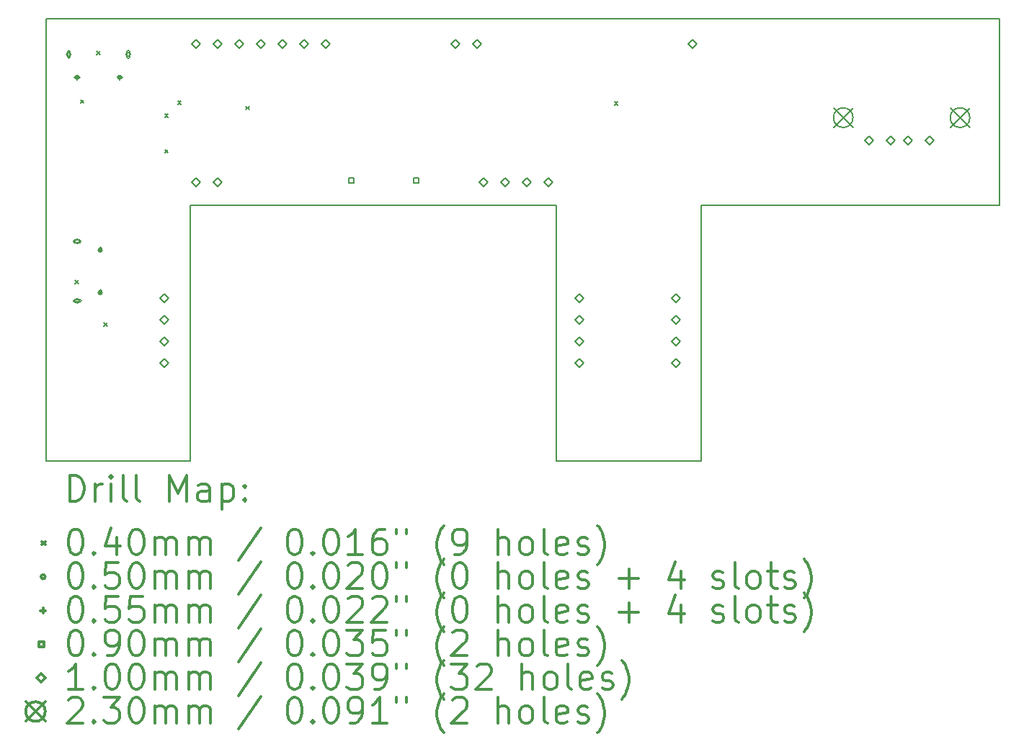
<source format=gbr>
%FSLAX45Y45*%
G04 Gerber Fmt 4.5, Leading zero omitted, Abs format (unit mm)*
G04 Created by KiCad (PCBNEW (5.0.0)) date 11/23/18 00:33:10*
%MOMM*%
%LPD*%
G01*
G04 APERTURE LIST*
%ADD10C,0.150000*%
%ADD11C,0.200000*%
%ADD12C,0.300000*%
G04 APERTURE END LIST*
D10*
X2100000Y-2300000D02*
X2100000Y-7500000D01*
X13300000Y-2300000D02*
X2100000Y-2300000D01*
X13300000Y-4500000D02*
X13300000Y-2300000D01*
X9800000Y-4500000D02*
X13300000Y-4500000D01*
X9800000Y-7500000D02*
X9800000Y-4500000D01*
X8100000Y-7500000D02*
X9800000Y-7500000D01*
X8100000Y-4500000D02*
X8100000Y-7500000D01*
X3800000Y-4500000D02*
X8100000Y-4500000D01*
X3800000Y-7500000D02*
X3800000Y-4500000D01*
X2100000Y-7500000D02*
X3800000Y-7500000D01*
D11*
X2443800Y-5377500D02*
X2483800Y-5417500D01*
X2483800Y-5377500D02*
X2443800Y-5417500D01*
X2507300Y-3256600D02*
X2547300Y-3296600D01*
X2547300Y-3256600D02*
X2507300Y-3296600D01*
X2697800Y-2685100D02*
X2737800Y-2725100D01*
X2737800Y-2685100D02*
X2697800Y-2725100D01*
X2780000Y-5880000D02*
X2820000Y-5920000D01*
X2820000Y-5880000D02*
X2780000Y-5920000D01*
X3497900Y-3421700D02*
X3537900Y-3461700D01*
X3537900Y-3421700D02*
X3497900Y-3461700D01*
X3497900Y-3840800D02*
X3537900Y-3880800D01*
X3537900Y-3840800D02*
X3497900Y-3880800D01*
X3650300Y-3269300D02*
X3690300Y-3309300D01*
X3690300Y-3269300D02*
X3650300Y-3309300D01*
X4450400Y-3332800D02*
X4490400Y-3372800D01*
X4490400Y-3332800D02*
X4450400Y-3372800D01*
X8780000Y-3280000D02*
X8820000Y-3320000D01*
X8820000Y-3280000D02*
X8780000Y-3320000D01*
X2392800Y-2722500D02*
G75*
G03X2392800Y-2722500I-25000J0D01*
G01*
X2352800Y-2690000D02*
X2352800Y-2755000D01*
X2382800Y-2690000D02*
X2382800Y-2755000D01*
X2352800Y-2755000D02*
G75*
G03X2382800Y-2755000I15000J0D01*
G01*
X2382800Y-2690000D02*
G75*
G03X2352800Y-2690000I-15000J0D01*
G01*
X3092800Y-2722500D02*
G75*
G03X3092800Y-2722500I-25000J0D01*
G01*
X3052800Y-2690000D02*
X3052800Y-2755000D01*
X3082800Y-2690000D02*
X3082800Y-2755000D01*
X3052800Y-2755000D02*
G75*
G03X3082800Y-2755000I15000J0D01*
G01*
X3082800Y-2690000D02*
G75*
G03X3052800Y-2690000I-15000J0D01*
G01*
X2493500Y-4920500D02*
G75*
G03X2493500Y-4920500I-25000J0D01*
G01*
X2436000Y-4935500D02*
X2501000Y-4935500D01*
X2436000Y-4905500D02*
X2501000Y-4905500D01*
X2501000Y-4935500D02*
G75*
G03X2501000Y-4905500I0J15000D01*
G01*
X2436000Y-4905500D02*
G75*
G03X2436000Y-4935500I0J-15000D01*
G01*
X2493500Y-5620500D02*
G75*
G03X2493500Y-5620500I-25000J0D01*
G01*
X2436000Y-5635500D02*
X2501000Y-5635500D01*
X2436000Y-5605500D02*
X2501000Y-5605500D01*
X2501000Y-5635500D02*
G75*
G03X2501000Y-5605500I0J15000D01*
G01*
X2436000Y-5605500D02*
G75*
G03X2436000Y-5635500I0J-15000D01*
G01*
X2467800Y-2965000D02*
X2467800Y-3020000D01*
X2440300Y-2992500D02*
X2495300Y-2992500D01*
X2482800Y-2975000D02*
X2452800Y-2975000D01*
X2482800Y-3010000D02*
X2452800Y-3010000D01*
X2452800Y-2975000D02*
G75*
G03X2452800Y-3010000I0J-17500D01*
G01*
X2482800Y-3010000D02*
G75*
G03X2482800Y-2975000I0J17500D01*
G01*
X2967800Y-2965000D02*
X2967800Y-3020000D01*
X2940300Y-2992500D02*
X2995300Y-2992500D01*
X2982800Y-2975000D02*
X2952800Y-2975000D01*
X2982800Y-3010000D02*
X2952800Y-3010000D01*
X2952800Y-2975000D02*
G75*
G03X2952800Y-3010000I0J-17500D01*
G01*
X2982800Y-3010000D02*
G75*
G03X2982800Y-2975000I0J17500D01*
G01*
X2738500Y-4993000D02*
X2738500Y-5048000D01*
X2711000Y-5020500D02*
X2766000Y-5020500D01*
X2721000Y-5005500D02*
X2721000Y-5035500D01*
X2756000Y-5005500D02*
X2756000Y-5035500D01*
X2721000Y-5035500D02*
G75*
G03X2756000Y-5035500I17500J0D01*
G01*
X2756000Y-5005500D02*
G75*
G03X2721000Y-5005500I-17500J0D01*
G01*
X2738500Y-5493000D02*
X2738500Y-5548000D01*
X2711000Y-5520500D02*
X2766000Y-5520500D01*
X2721000Y-5505500D02*
X2721000Y-5535500D01*
X2756000Y-5505500D02*
X2756000Y-5535500D01*
X2721000Y-5535500D02*
G75*
G03X2756000Y-5535500I17500J0D01*
G01*
X2756000Y-5505500D02*
G75*
G03X2721000Y-5505500I-17500J0D01*
G01*
X5721420Y-4235520D02*
X5721420Y-4171880D01*
X5657780Y-4171880D01*
X5657780Y-4235520D01*
X5721420Y-4235520D01*
X6483420Y-4235520D02*
X6483420Y-4171880D01*
X6419780Y-4171880D01*
X6419780Y-4235520D01*
X6483420Y-4235520D01*
X3492500Y-5638000D02*
X3542500Y-5588000D01*
X3492500Y-5538000D01*
X3442500Y-5588000D01*
X3492500Y-5638000D01*
X3492500Y-5892000D02*
X3542500Y-5842000D01*
X3492500Y-5792000D01*
X3442500Y-5842000D01*
X3492500Y-5892000D01*
X3492500Y-6146000D02*
X3542500Y-6096000D01*
X3492500Y-6046000D01*
X3442500Y-6096000D01*
X3492500Y-6146000D01*
X3492500Y-6400000D02*
X3542500Y-6350000D01*
X3492500Y-6300000D01*
X3442500Y-6350000D01*
X3492500Y-6400000D01*
X5384800Y-2653500D02*
X5434800Y-2603500D01*
X5384800Y-2553500D01*
X5334800Y-2603500D01*
X5384800Y-2653500D01*
X9499600Y-5638000D02*
X9549600Y-5588000D01*
X9499600Y-5538000D01*
X9449600Y-5588000D01*
X9499600Y-5638000D01*
X9499600Y-5892000D02*
X9549600Y-5842000D01*
X9499600Y-5792000D01*
X9449600Y-5842000D01*
X9499600Y-5892000D01*
X9499600Y-6146000D02*
X9549600Y-6096000D01*
X9499600Y-6046000D01*
X9449600Y-6096000D01*
X9499600Y-6146000D01*
X9499600Y-6400000D02*
X9549600Y-6350000D01*
X9499600Y-6300000D01*
X9449600Y-6350000D01*
X9499600Y-6400000D01*
X4876800Y-2653500D02*
X4926800Y-2603500D01*
X4876800Y-2553500D01*
X4826800Y-2603500D01*
X4876800Y-2653500D01*
X5130800Y-2653500D02*
X5180800Y-2603500D01*
X5130800Y-2553500D01*
X5080800Y-2603500D01*
X5130800Y-2653500D01*
X3860800Y-4279100D02*
X3910800Y-4229100D01*
X3860800Y-4179100D01*
X3810800Y-4229100D01*
X3860800Y-4279100D01*
X4114800Y-4279100D02*
X4164800Y-4229100D01*
X4114800Y-4179100D01*
X4064800Y-4229100D01*
X4114800Y-4279100D01*
X11773100Y-3783800D02*
X11823100Y-3733800D01*
X11773100Y-3683800D01*
X11723100Y-3733800D01*
X11773100Y-3783800D01*
X12027100Y-3783800D02*
X12077100Y-3733800D01*
X12027100Y-3683800D01*
X11977100Y-3733800D01*
X12027100Y-3783800D01*
X12230100Y-3783800D02*
X12280100Y-3733800D01*
X12230100Y-3683800D01*
X12180100Y-3733800D01*
X12230100Y-3783800D01*
X12484100Y-3783800D02*
X12534100Y-3733800D01*
X12484100Y-3683800D01*
X12434100Y-3733800D01*
X12484100Y-3783800D01*
X8369300Y-5638000D02*
X8419300Y-5588000D01*
X8369300Y-5538000D01*
X8319300Y-5588000D01*
X8369300Y-5638000D01*
X8369300Y-5892000D02*
X8419300Y-5842000D01*
X8369300Y-5792000D01*
X8319300Y-5842000D01*
X8369300Y-5892000D01*
X8369300Y-6146000D02*
X8419300Y-6096000D01*
X8369300Y-6046000D01*
X8319300Y-6096000D01*
X8369300Y-6146000D01*
X8369300Y-6400000D02*
X8419300Y-6350000D01*
X8369300Y-6300000D01*
X8319300Y-6350000D01*
X8369300Y-6400000D01*
X6908800Y-2653500D02*
X6958800Y-2603500D01*
X6908800Y-2553500D01*
X6858800Y-2603500D01*
X6908800Y-2653500D01*
X7162800Y-2653500D02*
X7212800Y-2603500D01*
X7162800Y-2553500D01*
X7112800Y-2603500D01*
X7162800Y-2653500D01*
X9700000Y-2650000D02*
X9750000Y-2600000D01*
X9700000Y-2550000D01*
X9650000Y-2600000D01*
X9700000Y-2650000D01*
X7239000Y-4279100D02*
X7289000Y-4229100D01*
X7239000Y-4179100D01*
X7189000Y-4229100D01*
X7239000Y-4279100D01*
X7493000Y-4279100D02*
X7543000Y-4229100D01*
X7493000Y-4179100D01*
X7443000Y-4229100D01*
X7493000Y-4279100D01*
X7747000Y-4279100D02*
X7797000Y-4229100D01*
X7747000Y-4179100D01*
X7697000Y-4229100D01*
X7747000Y-4279100D01*
X8001000Y-4279100D02*
X8051000Y-4229100D01*
X8001000Y-4179100D01*
X7951000Y-4229100D01*
X8001000Y-4279100D01*
X3860800Y-2653500D02*
X3910800Y-2603500D01*
X3860800Y-2553500D01*
X3810800Y-2603500D01*
X3860800Y-2653500D01*
X4114800Y-2653500D02*
X4164800Y-2603500D01*
X4114800Y-2553500D01*
X4064800Y-2603500D01*
X4114800Y-2653500D01*
X4368800Y-2653500D02*
X4418800Y-2603500D01*
X4368800Y-2553500D01*
X4318800Y-2603500D01*
X4368800Y-2653500D01*
X4622800Y-2653500D02*
X4672800Y-2603500D01*
X4622800Y-2553500D01*
X4572800Y-2603500D01*
X4622800Y-2653500D01*
X11353100Y-3351800D02*
X11583100Y-3581800D01*
X11583100Y-3351800D02*
X11353100Y-3581800D01*
X11583100Y-3466800D02*
G75*
G03X11583100Y-3466800I-115000J0D01*
G01*
X12725100Y-3351800D02*
X12955100Y-3581800D01*
X12955100Y-3351800D02*
X12725100Y-3581800D01*
X12955100Y-3466800D02*
G75*
G03X12955100Y-3466800I-115000J0D01*
G01*
D12*
X2378928Y-7973214D02*
X2378928Y-7673214D01*
X2450357Y-7673214D01*
X2493214Y-7687500D01*
X2521786Y-7716071D01*
X2536071Y-7744643D01*
X2550357Y-7801786D01*
X2550357Y-7844643D01*
X2536071Y-7901786D01*
X2521786Y-7930357D01*
X2493214Y-7958929D01*
X2450357Y-7973214D01*
X2378928Y-7973214D01*
X2678928Y-7973214D02*
X2678928Y-7773214D01*
X2678928Y-7830357D02*
X2693214Y-7801786D01*
X2707500Y-7787500D01*
X2736071Y-7773214D01*
X2764643Y-7773214D01*
X2864643Y-7973214D02*
X2864643Y-7773214D01*
X2864643Y-7673214D02*
X2850357Y-7687500D01*
X2864643Y-7701786D01*
X2878928Y-7687500D01*
X2864643Y-7673214D01*
X2864643Y-7701786D01*
X3050357Y-7973214D02*
X3021786Y-7958929D01*
X3007500Y-7930357D01*
X3007500Y-7673214D01*
X3207500Y-7973214D02*
X3178928Y-7958929D01*
X3164643Y-7930357D01*
X3164643Y-7673214D01*
X3550357Y-7973214D02*
X3550357Y-7673214D01*
X3650357Y-7887500D01*
X3750357Y-7673214D01*
X3750357Y-7973214D01*
X4021786Y-7973214D02*
X4021786Y-7816071D01*
X4007500Y-7787500D01*
X3978928Y-7773214D01*
X3921786Y-7773214D01*
X3893214Y-7787500D01*
X4021786Y-7958929D02*
X3993214Y-7973214D01*
X3921786Y-7973214D01*
X3893214Y-7958929D01*
X3878928Y-7930357D01*
X3878928Y-7901786D01*
X3893214Y-7873214D01*
X3921786Y-7858929D01*
X3993214Y-7858929D01*
X4021786Y-7844643D01*
X4164643Y-7773214D02*
X4164643Y-8073214D01*
X4164643Y-7787500D02*
X4193214Y-7773214D01*
X4250357Y-7773214D01*
X4278928Y-7787500D01*
X4293214Y-7801786D01*
X4307500Y-7830357D01*
X4307500Y-7916071D01*
X4293214Y-7944643D01*
X4278928Y-7958929D01*
X4250357Y-7973214D01*
X4193214Y-7973214D01*
X4164643Y-7958929D01*
X4436071Y-7944643D02*
X4450357Y-7958929D01*
X4436071Y-7973214D01*
X4421786Y-7958929D01*
X4436071Y-7944643D01*
X4436071Y-7973214D01*
X4436071Y-7787500D02*
X4450357Y-7801786D01*
X4436071Y-7816071D01*
X4421786Y-7801786D01*
X4436071Y-7787500D01*
X4436071Y-7816071D01*
X2052500Y-8447500D02*
X2092500Y-8487500D01*
X2092500Y-8447500D02*
X2052500Y-8487500D01*
X2436071Y-8303214D02*
X2464643Y-8303214D01*
X2493214Y-8317500D01*
X2507500Y-8331786D01*
X2521786Y-8360357D01*
X2536071Y-8417500D01*
X2536071Y-8488929D01*
X2521786Y-8546072D01*
X2507500Y-8574643D01*
X2493214Y-8588929D01*
X2464643Y-8603214D01*
X2436071Y-8603214D01*
X2407500Y-8588929D01*
X2393214Y-8574643D01*
X2378928Y-8546072D01*
X2364643Y-8488929D01*
X2364643Y-8417500D01*
X2378928Y-8360357D01*
X2393214Y-8331786D01*
X2407500Y-8317500D01*
X2436071Y-8303214D01*
X2664643Y-8574643D02*
X2678928Y-8588929D01*
X2664643Y-8603214D01*
X2650357Y-8588929D01*
X2664643Y-8574643D01*
X2664643Y-8603214D01*
X2936071Y-8403214D02*
X2936071Y-8603214D01*
X2864643Y-8288929D02*
X2793214Y-8503214D01*
X2978928Y-8503214D01*
X3150357Y-8303214D02*
X3178928Y-8303214D01*
X3207500Y-8317500D01*
X3221786Y-8331786D01*
X3236071Y-8360357D01*
X3250357Y-8417500D01*
X3250357Y-8488929D01*
X3236071Y-8546072D01*
X3221786Y-8574643D01*
X3207500Y-8588929D01*
X3178928Y-8603214D01*
X3150357Y-8603214D01*
X3121786Y-8588929D01*
X3107500Y-8574643D01*
X3093214Y-8546072D01*
X3078928Y-8488929D01*
X3078928Y-8417500D01*
X3093214Y-8360357D01*
X3107500Y-8331786D01*
X3121786Y-8317500D01*
X3150357Y-8303214D01*
X3378928Y-8603214D02*
X3378928Y-8403214D01*
X3378928Y-8431786D02*
X3393214Y-8417500D01*
X3421786Y-8403214D01*
X3464643Y-8403214D01*
X3493214Y-8417500D01*
X3507500Y-8446072D01*
X3507500Y-8603214D01*
X3507500Y-8446072D02*
X3521786Y-8417500D01*
X3550357Y-8403214D01*
X3593214Y-8403214D01*
X3621786Y-8417500D01*
X3636071Y-8446072D01*
X3636071Y-8603214D01*
X3778928Y-8603214D02*
X3778928Y-8403214D01*
X3778928Y-8431786D02*
X3793214Y-8417500D01*
X3821786Y-8403214D01*
X3864643Y-8403214D01*
X3893214Y-8417500D01*
X3907500Y-8446072D01*
X3907500Y-8603214D01*
X3907500Y-8446072D02*
X3921786Y-8417500D01*
X3950357Y-8403214D01*
X3993214Y-8403214D01*
X4021786Y-8417500D01*
X4036071Y-8446072D01*
X4036071Y-8603214D01*
X4621786Y-8288929D02*
X4364643Y-8674643D01*
X5007500Y-8303214D02*
X5036071Y-8303214D01*
X5064643Y-8317500D01*
X5078928Y-8331786D01*
X5093214Y-8360357D01*
X5107500Y-8417500D01*
X5107500Y-8488929D01*
X5093214Y-8546072D01*
X5078928Y-8574643D01*
X5064643Y-8588929D01*
X5036071Y-8603214D01*
X5007500Y-8603214D01*
X4978928Y-8588929D01*
X4964643Y-8574643D01*
X4950357Y-8546072D01*
X4936071Y-8488929D01*
X4936071Y-8417500D01*
X4950357Y-8360357D01*
X4964643Y-8331786D01*
X4978928Y-8317500D01*
X5007500Y-8303214D01*
X5236071Y-8574643D02*
X5250357Y-8588929D01*
X5236071Y-8603214D01*
X5221786Y-8588929D01*
X5236071Y-8574643D01*
X5236071Y-8603214D01*
X5436071Y-8303214D02*
X5464643Y-8303214D01*
X5493214Y-8317500D01*
X5507500Y-8331786D01*
X5521786Y-8360357D01*
X5536071Y-8417500D01*
X5536071Y-8488929D01*
X5521786Y-8546072D01*
X5507500Y-8574643D01*
X5493214Y-8588929D01*
X5464643Y-8603214D01*
X5436071Y-8603214D01*
X5407500Y-8588929D01*
X5393214Y-8574643D01*
X5378928Y-8546072D01*
X5364643Y-8488929D01*
X5364643Y-8417500D01*
X5378928Y-8360357D01*
X5393214Y-8331786D01*
X5407500Y-8317500D01*
X5436071Y-8303214D01*
X5821786Y-8603214D02*
X5650357Y-8603214D01*
X5736071Y-8603214D02*
X5736071Y-8303214D01*
X5707500Y-8346071D01*
X5678928Y-8374643D01*
X5650357Y-8388929D01*
X6078928Y-8303214D02*
X6021786Y-8303214D01*
X5993214Y-8317500D01*
X5978928Y-8331786D01*
X5950357Y-8374643D01*
X5936071Y-8431786D01*
X5936071Y-8546072D01*
X5950357Y-8574643D01*
X5964643Y-8588929D01*
X5993214Y-8603214D01*
X6050357Y-8603214D01*
X6078928Y-8588929D01*
X6093214Y-8574643D01*
X6107500Y-8546072D01*
X6107500Y-8474643D01*
X6093214Y-8446072D01*
X6078928Y-8431786D01*
X6050357Y-8417500D01*
X5993214Y-8417500D01*
X5964643Y-8431786D01*
X5950357Y-8446072D01*
X5936071Y-8474643D01*
X6221786Y-8303214D02*
X6221786Y-8360357D01*
X6336071Y-8303214D02*
X6336071Y-8360357D01*
X6778928Y-8717500D02*
X6764643Y-8703214D01*
X6736071Y-8660357D01*
X6721786Y-8631786D01*
X6707500Y-8588929D01*
X6693214Y-8517500D01*
X6693214Y-8460357D01*
X6707500Y-8388929D01*
X6721786Y-8346071D01*
X6736071Y-8317500D01*
X6764643Y-8274643D01*
X6778928Y-8260357D01*
X6907500Y-8603214D02*
X6964643Y-8603214D01*
X6993214Y-8588929D01*
X7007500Y-8574643D01*
X7036071Y-8531786D01*
X7050357Y-8474643D01*
X7050357Y-8360357D01*
X7036071Y-8331786D01*
X7021786Y-8317500D01*
X6993214Y-8303214D01*
X6936071Y-8303214D01*
X6907500Y-8317500D01*
X6893214Y-8331786D01*
X6878928Y-8360357D01*
X6878928Y-8431786D01*
X6893214Y-8460357D01*
X6907500Y-8474643D01*
X6936071Y-8488929D01*
X6993214Y-8488929D01*
X7021786Y-8474643D01*
X7036071Y-8460357D01*
X7050357Y-8431786D01*
X7407500Y-8603214D02*
X7407500Y-8303214D01*
X7536071Y-8603214D02*
X7536071Y-8446072D01*
X7521786Y-8417500D01*
X7493214Y-8403214D01*
X7450357Y-8403214D01*
X7421786Y-8417500D01*
X7407500Y-8431786D01*
X7721786Y-8603214D02*
X7693214Y-8588929D01*
X7678928Y-8574643D01*
X7664643Y-8546072D01*
X7664643Y-8460357D01*
X7678928Y-8431786D01*
X7693214Y-8417500D01*
X7721786Y-8403214D01*
X7764643Y-8403214D01*
X7793214Y-8417500D01*
X7807500Y-8431786D01*
X7821786Y-8460357D01*
X7821786Y-8546072D01*
X7807500Y-8574643D01*
X7793214Y-8588929D01*
X7764643Y-8603214D01*
X7721786Y-8603214D01*
X7993214Y-8603214D02*
X7964643Y-8588929D01*
X7950357Y-8560357D01*
X7950357Y-8303214D01*
X8221786Y-8588929D02*
X8193214Y-8603214D01*
X8136071Y-8603214D01*
X8107500Y-8588929D01*
X8093214Y-8560357D01*
X8093214Y-8446072D01*
X8107500Y-8417500D01*
X8136071Y-8403214D01*
X8193214Y-8403214D01*
X8221786Y-8417500D01*
X8236071Y-8446072D01*
X8236071Y-8474643D01*
X8093214Y-8503214D01*
X8350357Y-8588929D02*
X8378928Y-8603214D01*
X8436071Y-8603214D01*
X8464643Y-8588929D01*
X8478928Y-8560357D01*
X8478928Y-8546072D01*
X8464643Y-8517500D01*
X8436071Y-8503214D01*
X8393214Y-8503214D01*
X8364643Y-8488929D01*
X8350357Y-8460357D01*
X8350357Y-8446072D01*
X8364643Y-8417500D01*
X8393214Y-8403214D01*
X8436071Y-8403214D01*
X8464643Y-8417500D01*
X8578928Y-8717500D02*
X8593214Y-8703214D01*
X8621786Y-8660357D01*
X8636071Y-8631786D01*
X8650357Y-8588929D01*
X8664643Y-8517500D01*
X8664643Y-8460357D01*
X8650357Y-8388929D01*
X8636071Y-8346071D01*
X8621786Y-8317500D01*
X8593214Y-8274643D01*
X8578928Y-8260357D01*
X2092500Y-8863500D02*
G75*
G03X2092500Y-8863500I-25000J0D01*
G01*
X2436071Y-8699214D02*
X2464643Y-8699214D01*
X2493214Y-8713500D01*
X2507500Y-8727786D01*
X2521786Y-8756357D01*
X2536071Y-8813500D01*
X2536071Y-8884929D01*
X2521786Y-8942072D01*
X2507500Y-8970643D01*
X2493214Y-8984929D01*
X2464643Y-8999214D01*
X2436071Y-8999214D01*
X2407500Y-8984929D01*
X2393214Y-8970643D01*
X2378928Y-8942072D01*
X2364643Y-8884929D01*
X2364643Y-8813500D01*
X2378928Y-8756357D01*
X2393214Y-8727786D01*
X2407500Y-8713500D01*
X2436071Y-8699214D01*
X2664643Y-8970643D02*
X2678928Y-8984929D01*
X2664643Y-8999214D01*
X2650357Y-8984929D01*
X2664643Y-8970643D01*
X2664643Y-8999214D01*
X2950357Y-8699214D02*
X2807500Y-8699214D01*
X2793214Y-8842072D01*
X2807500Y-8827786D01*
X2836071Y-8813500D01*
X2907500Y-8813500D01*
X2936071Y-8827786D01*
X2950357Y-8842072D01*
X2964643Y-8870643D01*
X2964643Y-8942072D01*
X2950357Y-8970643D01*
X2936071Y-8984929D01*
X2907500Y-8999214D01*
X2836071Y-8999214D01*
X2807500Y-8984929D01*
X2793214Y-8970643D01*
X3150357Y-8699214D02*
X3178928Y-8699214D01*
X3207500Y-8713500D01*
X3221786Y-8727786D01*
X3236071Y-8756357D01*
X3250357Y-8813500D01*
X3250357Y-8884929D01*
X3236071Y-8942072D01*
X3221786Y-8970643D01*
X3207500Y-8984929D01*
X3178928Y-8999214D01*
X3150357Y-8999214D01*
X3121786Y-8984929D01*
X3107500Y-8970643D01*
X3093214Y-8942072D01*
X3078928Y-8884929D01*
X3078928Y-8813500D01*
X3093214Y-8756357D01*
X3107500Y-8727786D01*
X3121786Y-8713500D01*
X3150357Y-8699214D01*
X3378928Y-8999214D02*
X3378928Y-8799214D01*
X3378928Y-8827786D02*
X3393214Y-8813500D01*
X3421786Y-8799214D01*
X3464643Y-8799214D01*
X3493214Y-8813500D01*
X3507500Y-8842072D01*
X3507500Y-8999214D01*
X3507500Y-8842072D02*
X3521786Y-8813500D01*
X3550357Y-8799214D01*
X3593214Y-8799214D01*
X3621786Y-8813500D01*
X3636071Y-8842072D01*
X3636071Y-8999214D01*
X3778928Y-8999214D02*
X3778928Y-8799214D01*
X3778928Y-8827786D02*
X3793214Y-8813500D01*
X3821786Y-8799214D01*
X3864643Y-8799214D01*
X3893214Y-8813500D01*
X3907500Y-8842072D01*
X3907500Y-8999214D01*
X3907500Y-8842072D02*
X3921786Y-8813500D01*
X3950357Y-8799214D01*
X3993214Y-8799214D01*
X4021786Y-8813500D01*
X4036071Y-8842072D01*
X4036071Y-8999214D01*
X4621786Y-8684929D02*
X4364643Y-9070643D01*
X5007500Y-8699214D02*
X5036071Y-8699214D01*
X5064643Y-8713500D01*
X5078928Y-8727786D01*
X5093214Y-8756357D01*
X5107500Y-8813500D01*
X5107500Y-8884929D01*
X5093214Y-8942072D01*
X5078928Y-8970643D01*
X5064643Y-8984929D01*
X5036071Y-8999214D01*
X5007500Y-8999214D01*
X4978928Y-8984929D01*
X4964643Y-8970643D01*
X4950357Y-8942072D01*
X4936071Y-8884929D01*
X4936071Y-8813500D01*
X4950357Y-8756357D01*
X4964643Y-8727786D01*
X4978928Y-8713500D01*
X5007500Y-8699214D01*
X5236071Y-8970643D02*
X5250357Y-8984929D01*
X5236071Y-8999214D01*
X5221786Y-8984929D01*
X5236071Y-8970643D01*
X5236071Y-8999214D01*
X5436071Y-8699214D02*
X5464643Y-8699214D01*
X5493214Y-8713500D01*
X5507500Y-8727786D01*
X5521786Y-8756357D01*
X5536071Y-8813500D01*
X5536071Y-8884929D01*
X5521786Y-8942072D01*
X5507500Y-8970643D01*
X5493214Y-8984929D01*
X5464643Y-8999214D01*
X5436071Y-8999214D01*
X5407500Y-8984929D01*
X5393214Y-8970643D01*
X5378928Y-8942072D01*
X5364643Y-8884929D01*
X5364643Y-8813500D01*
X5378928Y-8756357D01*
X5393214Y-8727786D01*
X5407500Y-8713500D01*
X5436071Y-8699214D01*
X5650357Y-8727786D02*
X5664643Y-8713500D01*
X5693214Y-8699214D01*
X5764643Y-8699214D01*
X5793214Y-8713500D01*
X5807500Y-8727786D01*
X5821786Y-8756357D01*
X5821786Y-8784929D01*
X5807500Y-8827786D01*
X5636071Y-8999214D01*
X5821786Y-8999214D01*
X6007500Y-8699214D02*
X6036071Y-8699214D01*
X6064643Y-8713500D01*
X6078928Y-8727786D01*
X6093214Y-8756357D01*
X6107500Y-8813500D01*
X6107500Y-8884929D01*
X6093214Y-8942072D01*
X6078928Y-8970643D01*
X6064643Y-8984929D01*
X6036071Y-8999214D01*
X6007500Y-8999214D01*
X5978928Y-8984929D01*
X5964643Y-8970643D01*
X5950357Y-8942072D01*
X5936071Y-8884929D01*
X5936071Y-8813500D01*
X5950357Y-8756357D01*
X5964643Y-8727786D01*
X5978928Y-8713500D01*
X6007500Y-8699214D01*
X6221786Y-8699214D02*
X6221786Y-8756357D01*
X6336071Y-8699214D02*
X6336071Y-8756357D01*
X6778928Y-9113500D02*
X6764643Y-9099214D01*
X6736071Y-9056357D01*
X6721786Y-9027786D01*
X6707500Y-8984929D01*
X6693214Y-8913500D01*
X6693214Y-8856357D01*
X6707500Y-8784929D01*
X6721786Y-8742072D01*
X6736071Y-8713500D01*
X6764643Y-8670643D01*
X6778928Y-8656357D01*
X6950357Y-8699214D02*
X6978928Y-8699214D01*
X7007500Y-8713500D01*
X7021786Y-8727786D01*
X7036071Y-8756357D01*
X7050357Y-8813500D01*
X7050357Y-8884929D01*
X7036071Y-8942072D01*
X7021786Y-8970643D01*
X7007500Y-8984929D01*
X6978928Y-8999214D01*
X6950357Y-8999214D01*
X6921786Y-8984929D01*
X6907500Y-8970643D01*
X6893214Y-8942072D01*
X6878928Y-8884929D01*
X6878928Y-8813500D01*
X6893214Y-8756357D01*
X6907500Y-8727786D01*
X6921786Y-8713500D01*
X6950357Y-8699214D01*
X7407500Y-8999214D02*
X7407500Y-8699214D01*
X7536071Y-8999214D02*
X7536071Y-8842072D01*
X7521786Y-8813500D01*
X7493214Y-8799214D01*
X7450357Y-8799214D01*
X7421786Y-8813500D01*
X7407500Y-8827786D01*
X7721786Y-8999214D02*
X7693214Y-8984929D01*
X7678928Y-8970643D01*
X7664643Y-8942072D01*
X7664643Y-8856357D01*
X7678928Y-8827786D01*
X7693214Y-8813500D01*
X7721786Y-8799214D01*
X7764643Y-8799214D01*
X7793214Y-8813500D01*
X7807500Y-8827786D01*
X7821786Y-8856357D01*
X7821786Y-8942072D01*
X7807500Y-8970643D01*
X7793214Y-8984929D01*
X7764643Y-8999214D01*
X7721786Y-8999214D01*
X7993214Y-8999214D02*
X7964643Y-8984929D01*
X7950357Y-8956357D01*
X7950357Y-8699214D01*
X8221786Y-8984929D02*
X8193214Y-8999214D01*
X8136071Y-8999214D01*
X8107500Y-8984929D01*
X8093214Y-8956357D01*
X8093214Y-8842072D01*
X8107500Y-8813500D01*
X8136071Y-8799214D01*
X8193214Y-8799214D01*
X8221786Y-8813500D01*
X8236071Y-8842072D01*
X8236071Y-8870643D01*
X8093214Y-8899214D01*
X8350357Y-8984929D02*
X8378928Y-8999214D01*
X8436071Y-8999214D01*
X8464643Y-8984929D01*
X8478928Y-8956357D01*
X8478928Y-8942072D01*
X8464643Y-8913500D01*
X8436071Y-8899214D01*
X8393214Y-8899214D01*
X8364643Y-8884929D01*
X8350357Y-8856357D01*
X8350357Y-8842072D01*
X8364643Y-8813500D01*
X8393214Y-8799214D01*
X8436071Y-8799214D01*
X8464643Y-8813500D01*
X8836071Y-8884929D02*
X9064643Y-8884929D01*
X8950357Y-8999214D02*
X8950357Y-8770643D01*
X9564643Y-8799214D02*
X9564643Y-8999214D01*
X9493214Y-8684929D02*
X9421786Y-8899214D01*
X9607500Y-8899214D01*
X9936071Y-8984929D02*
X9964643Y-8999214D01*
X10021786Y-8999214D01*
X10050357Y-8984929D01*
X10064643Y-8956357D01*
X10064643Y-8942072D01*
X10050357Y-8913500D01*
X10021786Y-8899214D01*
X9978928Y-8899214D01*
X9950357Y-8884929D01*
X9936071Y-8856357D01*
X9936071Y-8842072D01*
X9950357Y-8813500D01*
X9978928Y-8799214D01*
X10021786Y-8799214D01*
X10050357Y-8813500D01*
X10236071Y-8999214D02*
X10207500Y-8984929D01*
X10193214Y-8956357D01*
X10193214Y-8699214D01*
X10393214Y-8999214D02*
X10364643Y-8984929D01*
X10350357Y-8970643D01*
X10336071Y-8942072D01*
X10336071Y-8856357D01*
X10350357Y-8827786D01*
X10364643Y-8813500D01*
X10393214Y-8799214D01*
X10436071Y-8799214D01*
X10464643Y-8813500D01*
X10478928Y-8827786D01*
X10493214Y-8856357D01*
X10493214Y-8942072D01*
X10478928Y-8970643D01*
X10464643Y-8984929D01*
X10436071Y-8999214D01*
X10393214Y-8999214D01*
X10578928Y-8799214D02*
X10693214Y-8799214D01*
X10621786Y-8699214D02*
X10621786Y-8956357D01*
X10636071Y-8984929D01*
X10664643Y-8999214D01*
X10693214Y-8999214D01*
X10778928Y-8984929D02*
X10807500Y-8999214D01*
X10864643Y-8999214D01*
X10893214Y-8984929D01*
X10907500Y-8956357D01*
X10907500Y-8942072D01*
X10893214Y-8913500D01*
X10864643Y-8899214D01*
X10821786Y-8899214D01*
X10793214Y-8884929D01*
X10778928Y-8856357D01*
X10778928Y-8842072D01*
X10793214Y-8813500D01*
X10821786Y-8799214D01*
X10864643Y-8799214D01*
X10893214Y-8813500D01*
X11007500Y-9113500D02*
X11021786Y-9099214D01*
X11050357Y-9056357D01*
X11064643Y-9027786D01*
X11078928Y-8984929D01*
X11093214Y-8913500D01*
X11093214Y-8856357D01*
X11078928Y-8784929D01*
X11064643Y-8742072D01*
X11050357Y-8713500D01*
X11021786Y-8670643D01*
X11007500Y-8656357D01*
X2065000Y-9232000D02*
X2065000Y-9287000D01*
X2037500Y-9259500D02*
X2092500Y-9259500D01*
X2436071Y-9095214D02*
X2464643Y-9095214D01*
X2493214Y-9109500D01*
X2507500Y-9123786D01*
X2521786Y-9152357D01*
X2536071Y-9209500D01*
X2536071Y-9280929D01*
X2521786Y-9338072D01*
X2507500Y-9366643D01*
X2493214Y-9380929D01*
X2464643Y-9395214D01*
X2436071Y-9395214D01*
X2407500Y-9380929D01*
X2393214Y-9366643D01*
X2378928Y-9338072D01*
X2364643Y-9280929D01*
X2364643Y-9209500D01*
X2378928Y-9152357D01*
X2393214Y-9123786D01*
X2407500Y-9109500D01*
X2436071Y-9095214D01*
X2664643Y-9366643D02*
X2678928Y-9380929D01*
X2664643Y-9395214D01*
X2650357Y-9380929D01*
X2664643Y-9366643D01*
X2664643Y-9395214D01*
X2950357Y-9095214D02*
X2807500Y-9095214D01*
X2793214Y-9238072D01*
X2807500Y-9223786D01*
X2836071Y-9209500D01*
X2907500Y-9209500D01*
X2936071Y-9223786D01*
X2950357Y-9238072D01*
X2964643Y-9266643D01*
X2964643Y-9338072D01*
X2950357Y-9366643D01*
X2936071Y-9380929D01*
X2907500Y-9395214D01*
X2836071Y-9395214D01*
X2807500Y-9380929D01*
X2793214Y-9366643D01*
X3236071Y-9095214D02*
X3093214Y-9095214D01*
X3078928Y-9238072D01*
X3093214Y-9223786D01*
X3121786Y-9209500D01*
X3193214Y-9209500D01*
X3221786Y-9223786D01*
X3236071Y-9238072D01*
X3250357Y-9266643D01*
X3250357Y-9338072D01*
X3236071Y-9366643D01*
X3221786Y-9380929D01*
X3193214Y-9395214D01*
X3121786Y-9395214D01*
X3093214Y-9380929D01*
X3078928Y-9366643D01*
X3378928Y-9395214D02*
X3378928Y-9195214D01*
X3378928Y-9223786D02*
X3393214Y-9209500D01*
X3421786Y-9195214D01*
X3464643Y-9195214D01*
X3493214Y-9209500D01*
X3507500Y-9238072D01*
X3507500Y-9395214D01*
X3507500Y-9238072D02*
X3521786Y-9209500D01*
X3550357Y-9195214D01*
X3593214Y-9195214D01*
X3621786Y-9209500D01*
X3636071Y-9238072D01*
X3636071Y-9395214D01*
X3778928Y-9395214D02*
X3778928Y-9195214D01*
X3778928Y-9223786D02*
X3793214Y-9209500D01*
X3821786Y-9195214D01*
X3864643Y-9195214D01*
X3893214Y-9209500D01*
X3907500Y-9238072D01*
X3907500Y-9395214D01*
X3907500Y-9238072D02*
X3921786Y-9209500D01*
X3950357Y-9195214D01*
X3993214Y-9195214D01*
X4021786Y-9209500D01*
X4036071Y-9238072D01*
X4036071Y-9395214D01*
X4621786Y-9080929D02*
X4364643Y-9466643D01*
X5007500Y-9095214D02*
X5036071Y-9095214D01*
X5064643Y-9109500D01*
X5078928Y-9123786D01*
X5093214Y-9152357D01*
X5107500Y-9209500D01*
X5107500Y-9280929D01*
X5093214Y-9338072D01*
X5078928Y-9366643D01*
X5064643Y-9380929D01*
X5036071Y-9395214D01*
X5007500Y-9395214D01*
X4978928Y-9380929D01*
X4964643Y-9366643D01*
X4950357Y-9338072D01*
X4936071Y-9280929D01*
X4936071Y-9209500D01*
X4950357Y-9152357D01*
X4964643Y-9123786D01*
X4978928Y-9109500D01*
X5007500Y-9095214D01*
X5236071Y-9366643D02*
X5250357Y-9380929D01*
X5236071Y-9395214D01*
X5221786Y-9380929D01*
X5236071Y-9366643D01*
X5236071Y-9395214D01*
X5436071Y-9095214D02*
X5464643Y-9095214D01*
X5493214Y-9109500D01*
X5507500Y-9123786D01*
X5521786Y-9152357D01*
X5536071Y-9209500D01*
X5536071Y-9280929D01*
X5521786Y-9338072D01*
X5507500Y-9366643D01*
X5493214Y-9380929D01*
X5464643Y-9395214D01*
X5436071Y-9395214D01*
X5407500Y-9380929D01*
X5393214Y-9366643D01*
X5378928Y-9338072D01*
X5364643Y-9280929D01*
X5364643Y-9209500D01*
X5378928Y-9152357D01*
X5393214Y-9123786D01*
X5407500Y-9109500D01*
X5436071Y-9095214D01*
X5650357Y-9123786D02*
X5664643Y-9109500D01*
X5693214Y-9095214D01*
X5764643Y-9095214D01*
X5793214Y-9109500D01*
X5807500Y-9123786D01*
X5821786Y-9152357D01*
X5821786Y-9180929D01*
X5807500Y-9223786D01*
X5636071Y-9395214D01*
X5821786Y-9395214D01*
X5936071Y-9123786D02*
X5950357Y-9109500D01*
X5978928Y-9095214D01*
X6050357Y-9095214D01*
X6078928Y-9109500D01*
X6093214Y-9123786D01*
X6107500Y-9152357D01*
X6107500Y-9180929D01*
X6093214Y-9223786D01*
X5921786Y-9395214D01*
X6107500Y-9395214D01*
X6221786Y-9095214D02*
X6221786Y-9152357D01*
X6336071Y-9095214D02*
X6336071Y-9152357D01*
X6778928Y-9509500D02*
X6764643Y-9495214D01*
X6736071Y-9452357D01*
X6721786Y-9423786D01*
X6707500Y-9380929D01*
X6693214Y-9309500D01*
X6693214Y-9252357D01*
X6707500Y-9180929D01*
X6721786Y-9138072D01*
X6736071Y-9109500D01*
X6764643Y-9066643D01*
X6778928Y-9052357D01*
X6950357Y-9095214D02*
X6978928Y-9095214D01*
X7007500Y-9109500D01*
X7021786Y-9123786D01*
X7036071Y-9152357D01*
X7050357Y-9209500D01*
X7050357Y-9280929D01*
X7036071Y-9338072D01*
X7021786Y-9366643D01*
X7007500Y-9380929D01*
X6978928Y-9395214D01*
X6950357Y-9395214D01*
X6921786Y-9380929D01*
X6907500Y-9366643D01*
X6893214Y-9338072D01*
X6878928Y-9280929D01*
X6878928Y-9209500D01*
X6893214Y-9152357D01*
X6907500Y-9123786D01*
X6921786Y-9109500D01*
X6950357Y-9095214D01*
X7407500Y-9395214D02*
X7407500Y-9095214D01*
X7536071Y-9395214D02*
X7536071Y-9238072D01*
X7521786Y-9209500D01*
X7493214Y-9195214D01*
X7450357Y-9195214D01*
X7421786Y-9209500D01*
X7407500Y-9223786D01*
X7721786Y-9395214D02*
X7693214Y-9380929D01*
X7678928Y-9366643D01*
X7664643Y-9338072D01*
X7664643Y-9252357D01*
X7678928Y-9223786D01*
X7693214Y-9209500D01*
X7721786Y-9195214D01*
X7764643Y-9195214D01*
X7793214Y-9209500D01*
X7807500Y-9223786D01*
X7821786Y-9252357D01*
X7821786Y-9338072D01*
X7807500Y-9366643D01*
X7793214Y-9380929D01*
X7764643Y-9395214D01*
X7721786Y-9395214D01*
X7993214Y-9395214D02*
X7964643Y-9380929D01*
X7950357Y-9352357D01*
X7950357Y-9095214D01*
X8221786Y-9380929D02*
X8193214Y-9395214D01*
X8136071Y-9395214D01*
X8107500Y-9380929D01*
X8093214Y-9352357D01*
X8093214Y-9238072D01*
X8107500Y-9209500D01*
X8136071Y-9195214D01*
X8193214Y-9195214D01*
X8221786Y-9209500D01*
X8236071Y-9238072D01*
X8236071Y-9266643D01*
X8093214Y-9295214D01*
X8350357Y-9380929D02*
X8378928Y-9395214D01*
X8436071Y-9395214D01*
X8464643Y-9380929D01*
X8478928Y-9352357D01*
X8478928Y-9338072D01*
X8464643Y-9309500D01*
X8436071Y-9295214D01*
X8393214Y-9295214D01*
X8364643Y-9280929D01*
X8350357Y-9252357D01*
X8350357Y-9238072D01*
X8364643Y-9209500D01*
X8393214Y-9195214D01*
X8436071Y-9195214D01*
X8464643Y-9209500D01*
X8836071Y-9280929D02*
X9064643Y-9280929D01*
X8950357Y-9395214D02*
X8950357Y-9166643D01*
X9564643Y-9195214D02*
X9564643Y-9395214D01*
X9493214Y-9080929D02*
X9421786Y-9295214D01*
X9607500Y-9295214D01*
X9936071Y-9380929D02*
X9964643Y-9395214D01*
X10021786Y-9395214D01*
X10050357Y-9380929D01*
X10064643Y-9352357D01*
X10064643Y-9338072D01*
X10050357Y-9309500D01*
X10021786Y-9295214D01*
X9978928Y-9295214D01*
X9950357Y-9280929D01*
X9936071Y-9252357D01*
X9936071Y-9238072D01*
X9950357Y-9209500D01*
X9978928Y-9195214D01*
X10021786Y-9195214D01*
X10050357Y-9209500D01*
X10236071Y-9395214D02*
X10207500Y-9380929D01*
X10193214Y-9352357D01*
X10193214Y-9095214D01*
X10393214Y-9395214D02*
X10364643Y-9380929D01*
X10350357Y-9366643D01*
X10336071Y-9338072D01*
X10336071Y-9252357D01*
X10350357Y-9223786D01*
X10364643Y-9209500D01*
X10393214Y-9195214D01*
X10436071Y-9195214D01*
X10464643Y-9209500D01*
X10478928Y-9223786D01*
X10493214Y-9252357D01*
X10493214Y-9338072D01*
X10478928Y-9366643D01*
X10464643Y-9380929D01*
X10436071Y-9395214D01*
X10393214Y-9395214D01*
X10578928Y-9195214D02*
X10693214Y-9195214D01*
X10621786Y-9095214D02*
X10621786Y-9352357D01*
X10636071Y-9380929D01*
X10664643Y-9395214D01*
X10693214Y-9395214D01*
X10778928Y-9380929D02*
X10807500Y-9395214D01*
X10864643Y-9395214D01*
X10893214Y-9380929D01*
X10907500Y-9352357D01*
X10907500Y-9338072D01*
X10893214Y-9309500D01*
X10864643Y-9295214D01*
X10821786Y-9295214D01*
X10793214Y-9280929D01*
X10778928Y-9252357D01*
X10778928Y-9238072D01*
X10793214Y-9209500D01*
X10821786Y-9195214D01*
X10864643Y-9195214D01*
X10893214Y-9209500D01*
X11007500Y-9509500D02*
X11021786Y-9495214D01*
X11050357Y-9452357D01*
X11064643Y-9423786D01*
X11078928Y-9380929D01*
X11093214Y-9309500D01*
X11093214Y-9252357D01*
X11078928Y-9180929D01*
X11064643Y-9138072D01*
X11050357Y-9109500D01*
X11021786Y-9066643D01*
X11007500Y-9052357D01*
X2079320Y-9687320D02*
X2079320Y-9623680D01*
X2015680Y-9623680D01*
X2015680Y-9687320D01*
X2079320Y-9687320D01*
X2436071Y-9491214D02*
X2464643Y-9491214D01*
X2493214Y-9505500D01*
X2507500Y-9519786D01*
X2521786Y-9548357D01*
X2536071Y-9605500D01*
X2536071Y-9676929D01*
X2521786Y-9734072D01*
X2507500Y-9762643D01*
X2493214Y-9776929D01*
X2464643Y-9791214D01*
X2436071Y-9791214D01*
X2407500Y-9776929D01*
X2393214Y-9762643D01*
X2378928Y-9734072D01*
X2364643Y-9676929D01*
X2364643Y-9605500D01*
X2378928Y-9548357D01*
X2393214Y-9519786D01*
X2407500Y-9505500D01*
X2436071Y-9491214D01*
X2664643Y-9762643D02*
X2678928Y-9776929D01*
X2664643Y-9791214D01*
X2650357Y-9776929D01*
X2664643Y-9762643D01*
X2664643Y-9791214D01*
X2821786Y-9791214D02*
X2878928Y-9791214D01*
X2907500Y-9776929D01*
X2921786Y-9762643D01*
X2950357Y-9719786D01*
X2964643Y-9662643D01*
X2964643Y-9548357D01*
X2950357Y-9519786D01*
X2936071Y-9505500D01*
X2907500Y-9491214D01*
X2850357Y-9491214D01*
X2821786Y-9505500D01*
X2807500Y-9519786D01*
X2793214Y-9548357D01*
X2793214Y-9619786D01*
X2807500Y-9648357D01*
X2821786Y-9662643D01*
X2850357Y-9676929D01*
X2907500Y-9676929D01*
X2936071Y-9662643D01*
X2950357Y-9648357D01*
X2964643Y-9619786D01*
X3150357Y-9491214D02*
X3178928Y-9491214D01*
X3207500Y-9505500D01*
X3221786Y-9519786D01*
X3236071Y-9548357D01*
X3250357Y-9605500D01*
X3250357Y-9676929D01*
X3236071Y-9734072D01*
X3221786Y-9762643D01*
X3207500Y-9776929D01*
X3178928Y-9791214D01*
X3150357Y-9791214D01*
X3121786Y-9776929D01*
X3107500Y-9762643D01*
X3093214Y-9734072D01*
X3078928Y-9676929D01*
X3078928Y-9605500D01*
X3093214Y-9548357D01*
X3107500Y-9519786D01*
X3121786Y-9505500D01*
X3150357Y-9491214D01*
X3378928Y-9791214D02*
X3378928Y-9591214D01*
X3378928Y-9619786D02*
X3393214Y-9605500D01*
X3421786Y-9591214D01*
X3464643Y-9591214D01*
X3493214Y-9605500D01*
X3507500Y-9634072D01*
X3507500Y-9791214D01*
X3507500Y-9634072D02*
X3521786Y-9605500D01*
X3550357Y-9591214D01*
X3593214Y-9591214D01*
X3621786Y-9605500D01*
X3636071Y-9634072D01*
X3636071Y-9791214D01*
X3778928Y-9791214D02*
X3778928Y-9591214D01*
X3778928Y-9619786D02*
X3793214Y-9605500D01*
X3821786Y-9591214D01*
X3864643Y-9591214D01*
X3893214Y-9605500D01*
X3907500Y-9634072D01*
X3907500Y-9791214D01*
X3907500Y-9634072D02*
X3921786Y-9605500D01*
X3950357Y-9591214D01*
X3993214Y-9591214D01*
X4021786Y-9605500D01*
X4036071Y-9634072D01*
X4036071Y-9791214D01*
X4621786Y-9476929D02*
X4364643Y-9862643D01*
X5007500Y-9491214D02*
X5036071Y-9491214D01*
X5064643Y-9505500D01*
X5078928Y-9519786D01*
X5093214Y-9548357D01*
X5107500Y-9605500D01*
X5107500Y-9676929D01*
X5093214Y-9734072D01*
X5078928Y-9762643D01*
X5064643Y-9776929D01*
X5036071Y-9791214D01*
X5007500Y-9791214D01*
X4978928Y-9776929D01*
X4964643Y-9762643D01*
X4950357Y-9734072D01*
X4936071Y-9676929D01*
X4936071Y-9605500D01*
X4950357Y-9548357D01*
X4964643Y-9519786D01*
X4978928Y-9505500D01*
X5007500Y-9491214D01*
X5236071Y-9762643D02*
X5250357Y-9776929D01*
X5236071Y-9791214D01*
X5221786Y-9776929D01*
X5236071Y-9762643D01*
X5236071Y-9791214D01*
X5436071Y-9491214D02*
X5464643Y-9491214D01*
X5493214Y-9505500D01*
X5507500Y-9519786D01*
X5521786Y-9548357D01*
X5536071Y-9605500D01*
X5536071Y-9676929D01*
X5521786Y-9734072D01*
X5507500Y-9762643D01*
X5493214Y-9776929D01*
X5464643Y-9791214D01*
X5436071Y-9791214D01*
X5407500Y-9776929D01*
X5393214Y-9762643D01*
X5378928Y-9734072D01*
X5364643Y-9676929D01*
X5364643Y-9605500D01*
X5378928Y-9548357D01*
X5393214Y-9519786D01*
X5407500Y-9505500D01*
X5436071Y-9491214D01*
X5636071Y-9491214D02*
X5821786Y-9491214D01*
X5721786Y-9605500D01*
X5764643Y-9605500D01*
X5793214Y-9619786D01*
X5807500Y-9634072D01*
X5821786Y-9662643D01*
X5821786Y-9734072D01*
X5807500Y-9762643D01*
X5793214Y-9776929D01*
X5764643Y-9791214D01*
X5678928Y-9791214D01*
X5650357Y-9776929D01*
X5636071Y-9762643D01*
X6093214Y-9491214D02*
X5950357Y-9491214D01*
X5936071Y-9634072D01*
X5950357Y-9619786D01*
X5978928Y-9605500D01*
X6050357Y-9605500D01*
X6078928Y-9619786D01*
X6093214Y-9634072D01*
X6107500Y-9662643D01*
X6107500Y-9734072D01*
X6093214Y-9762643D01*
X6078928Y-9776929D01*
X6050357Y-9791214D01*
X5978928Y-9791214D01*
X5950357Y-9776929D01*
X5936071Y-9762643D01*
X6221786Y-9491214D02*
X6221786Y-9548357D01*
X6336071Y-9491214D02*
X6336071Y-9548357D01*
X6778928Y-9905500D02*
X6764643Y-9891214D01*
X6736071Y-9848357D01*
X6721786Y-9819786D01*
X6707500Y-9776929D01*
X6693214Y-9705500D01*
X6693214Y-9648357D01*
X6707500Y-9576929D01*
X6721786Y-9534072D01*
X6736071Y-9505500D01*
X6764643Y-9462643D01*
X6778928Y-9448357D01*
X6878928Y-9519786D02*
X6893214Y-9505500D01*
X6921786Y-9491214D01*
X6993214Y-9491214D01*
X7021786Y-9505500D01*
X7036071Y-9519786D01*
X7050357Y-9548357D01*
X7050357Y-9576929D01*
X7036071Y-9619786D01*
X6864643Y-9791214D01*
X7050357Y-9791214D01*
X7407500Y-9791214D02*
X7407500Y-9491214D01*
X7536071Y-9791214D02*
X7536071Y-9634072D01*
X7521786Y-9605500D01*
X7493214Y-9591214D01*
X7450357Y-9591214D01*
X7421786Y-9605500D01*
X7407500Y-9619786D01*
X7721786Y-9791214D02*
X7693214Y-9776929D01*
X7678928Y-9762643D01*
X7664643Y-9734072D01*
X7664643Y-9648357D01*
X7678928Y-9619786D01*
X7693214Y-9605500D01*
X7721786Y-9591214D01*
X7764643Y-9591214D01*
X7793214Y-9605500D01*
X7807500Y-9619786D01*
X7821786Y-9648357D01*
X7821786Y-9734072D01*
X7807500Y-9762643D01*
X7793214Y-9776929D01*
X7764643Y-9791214D01*
X7721786Y-9791214D01*
X7993214Y-9791214D02*
X7964643Y-9776929D01*
X7950357Y-9748357D01*
X7950357Y-9491214D01*
X8221786Y-9776929D02*
X8193214Y-9791214D01*
X8136071Y-9791214D01*
X8107500Y-9776929D01*
X8093214Y-9748357D01*
X8093214Y-9634072D01*
X8107500Y-9605500D01*
X8136071Y-9591214D01*
X8193214Y-9591214D01*
X8221786Y-9605500D01*
X8236071Y-9634072D01*
X8236071Y-9662643D01*
X8093214Y-9691214D01*
X8350357Y-9776929D02*
X8378928Y-9791214D01*
X8436071Y-9791214D01*
X8464643Y-9776929D01*
X8478928Y-9748357D01*
X8478928Y-9734072D01*
X8464643Y-9705500D01*
X8436071Y-9691214D01*
X8393214Y-9691214D01*
X8364643Y-9676929D01*
X8350357Y-9648357D01*
X8350357Y-9634072D01*
X8364643Y-9605500D01*
X8393214Y-9591214D01*
X8436071Y-9591214D01*
X8464643Y-9605500D01*
X8578928Y-9905500D02*
X8593214Y-9891214D01*
X8621786Y-9848357D01*
X8636071Y-9819786D01*
X8650357Y-9776929D01*
X8664643Y-9705500D01*
X8664643Y-9648357D01*
X8650357Y-9576929D01*
X8636071Y-9534072D01*
X8621786Y-9505500D01*
X8593214Y-9462643D01*
X8578928Y-9448357D01*
X2042500Y-10101500D02*
X2092500Y-10051500D01*
X2042500Y-10001500D01*
X1992500Y-10051500D01*
X2042500Y-10101500D01*
X2536071Y-10187214D02*
X2364643Y-10187214D01*
X2450357Y-10187214D02*
X2450357Y-9887214D01*
X2421786Y-9930072D01*
X2393214Y-9958643D01*
X2364643Y-9972929D01*
X2664643Y-10158643D02*
X2678928Y-10172929D01*
X2664643Y-10187214D01*
X2650357Y-10172929D01*
X2664643Y-10158643D01*
X2664643Y-10187214D01*
X2864643Y-9887214D02*
X2893214Y-9887214D01*
X2921786Y-9901500D01*
X2936071Y-9915786D01*
X2950357Y-9944357D01*
X2964643Y-10001500D01*
X2964643Y-10072929D01*
X2950357Y-10130072D01*
X2936071Y-10158643D01*
X2921786Y-10172929D01*
X2893214Y-10187214D01*
X2864643Y-10187214D01*
X2836071Y-10172929D01*
X2821786Y-10158643D01*
X2807500Y-10130072D01*
X2793214Y-10072929D01*
X2793214Y-10001500D01*
X2807500Y-9944357D01*
X2821786Y-9915786D01*
X2836071Y-9901500D01*
X2864643Y-9887214D01*
X3150357Y-9887214D02*
X3178928Y-9887214D01*
X3207500Y-9901500D01*
X3221786Y-9915786D01*
X3236071Y-9944357D01*
X3250357Y-10001500D01*
X3250357Y-10072929D01*
X3236071Y-10130072D01*
X3221786Y-10158643D01*
X3207500Y-10172929D01*
X3178928Y-10187214D01*
X3150357Y-10187214D01*
X3121786Y-10172929D01*
X3107500Y-10158643D01*
X3093214Y-10130072D01*
X3078928Y-10072929D01*
X3078928Y-10001500D01*
X3093214Y-9944357D01*
X3107500Y-9915786D01*
X3121786Y-9901500D01*
X3150357Y-9887214D01*
X3378928Y-10187214D02*
X3378928Y-9987214D01*
X3378928Y-10015786D02*
X3393214Y-10001500D01*
X3421786Y-9987214D01*
X3464643Y-9987214D01*
X3493214Y-10001500D01*
X3507500Y-10030072D01*
X3507500Y-10187214D01*
X3507500Y-10030072D02*
X3521786Y-10001500D01*
X3550357Y-9987214D01*
X3593214Y-9987214D01*
X3621786Y-10001500D01*
X3636071Y-10030072D01*
X3636071Y-10187214D01*
X3778928Y-10187214D02*
X3778928Y-9987214D01*
X3778928Y-10015786D02*
X3793214Y-10001500D01*
X3821786Y-9987214D01*
X3864643Y-9987214D01*
X3893214Y-10001500D01*
X3907500Y-10030072D01*
X3907500Y-10187214D01*
X3907500Y-10030072D02*
X3921786Y-10001500D01*
X3950357Y-9987214D01*
X3993214Y-9987214D01*
X4021786Y-10001500D01*
X4036071Y-10030072D01*
X4036071Y-10187214D01*
X4621786Y-9872929D02*
X4364643Y-10258643D01*
X5007500Y-9887214D02*
X5036071Y-9887214D01*
X5064643Y-9901500D01*
X5078928Y-9915786D01*
X5093214Y-9944357D01*
X5107500Y-10001500D01*
X5107500Y-10072929D01*
X5093214Y-10130072D01*
X5078928Y-10158643D01*
X5064643Y-10172929D01*
X5036071Y-10187214D01*
X5007500Y-10187214D01*
X4978928Y-10172929D01*
X4964643Y-10158643D01*
X4950357Y-10130072D01*
X4936071Y-10072929D01*
X4936071Y-10001500D01*
X4950357Y-9944357D01*
X4964643Y-9915786D01*
X4978928Y-9901500D01*
X5007500Y-9887214D01*
X5236071Y-10158643D02*
X5250357Y-10172929D01*
X5236071Y-10187214D01*
X5221786Y-10172929D01*
X5236071Y-10158643D01*
X5236071Y-10187214D01*
X5436071Y-9887214D02*
X5464643Y-9887214D01*
X5493214Y-9901500D01*
X5507500Y-9915786D01*
X5521786Y-9944357D01*
X5536071Y-10001500D01*
X5536071Y-10072929D01*
X5521786Y-10130072D01*
X5507500Y-10158643D01*
X5493214Y-10172929D01*
X5464643Y-10187214D01*
X5436071Y-10187214D01*
X5407500Y-10172929D01*
X5393214Y-10158643D01*
X5378928Y-10130072D01*
X5364643Y-10072929D01*
X5364643Y-10001500D01*
X5378928Y-9944357D01*
X5393214Y-9915786D01*
X5407500Y-9901500D01*
X5436071Y-9887214D01*
X5636071Y-9887214D02*
X5821786Y-9887214D01*
X5721786Y-10001500D01*
X5764643Y-10001500D01*
X5793214Y-10015786D01*
X5807500Y-10030072D01*
X5821786Y-10058643D01*
X5821786Y-10130072D01*
X5807500Y-10158643D01*
X5793214Y-10172929D01*
X5764643Y-10187214D01*
X5678928Y-10187214D01*
X5650357Y-10172929D01*
X5636071Y-10158643D01*
X5964643Y-10187214D02*
X6021786Y-10187214D01*
X6050357Y-10172929D01*
X6064643Y-10158643D01*
X6093214Y-10115786D01*
X6107500Y-10058643D01*
X6107500Y-9944357D01*
X6093214Y-9915786D01*
X6078928Y-9901500D01*
X6050357Y-9887214D01*
X5993214Y-9887214D01*
X5964643Y-9901500D01*
X5950357Y-9915786D01*
X5936071Y-9944357D01*
X5936071Y-10015786D01*
X5950357Y-10044357D01*
X5964643Y-10058643D01*
X5993214Y-10072929D01*
X6050357Y-10072929D01*
X6078928Y-10058643D01*
X6093214Y-10044357D01*
X6107500Y-10015786D01*
X6221786Y-9887214D02*
X6221786Y-9944357D01*
X6336071Y-9887214D02*
X6336071Y-9944357D01*
X6778928Y-10301500D02*
X6764643Y-10287214D01*
X6736071Y-10244357D01*
X6721786Y-10215786D01*
X6707500Y-10172929D01*
X6693214Y-10101500D01*
X6693214Y-10044357D01*
X6707500Y-9972929D01*
X6721786Y-9930072D01*
X6736071Y-9901500D01*
X6764643Y-9858643D01*
X6778928Y-9844357D01*
X6864643Y-9887214D02*
X7050357Y-9887214D01*
X6950357Y-10001500D01*
X6993214Y-10001500D01*
X7021786Y-10015786D01*
X7036071Y-10030072D01*
X7050357Y-10058643D01*
X7050357Y-10130072D01*
X7036071Y-10158643D01*
X7021786Y-10172929D01*
X6993214Y-10187214D01*
X6907500Y-10187214D01*
X6878928Y-10172929D01*
X6864643Y-10158643D01*
X7164643Y-9915786D02*
X7178928Y-9901500D01*
X7207500Y-9887214D01*
X7278928Y-9887214D01*
X7307500Y-9901500D01*
X7321786Y-9915786D01*
X7336071Y-9944357D01*
X7336071Y-9972929D01*
X7321786Y-10015786D01*
X7150357Y-10187214D01*
X7336071Y-10187214D01*
X7693214Y-10187214D02*
X7693214Y-9887214D01*
X7821786Y-10187214D02*
X7821786Y-10030072D01*
X7807500Y-10001500D01*
X7778928Y-9987214D01*
X7736071Y-9987214D01*
X7707500Y-10001500D01*
X7693214Y-10015786D01*
X8007500Y-10187214D02*
X7978928Y-10172929D01*
X7964643Y-10158643D01*
X7950357Y-10130072D01*
X7950357Y-10044357D01*
X7964643Y-10015786D01*
X7978928Y-10001500D01*
X8007500Y-9987214D01*
X8050357Y-9987214D01*
X8078928Y-10001500D01*
X8093214Y-10015786D01*
X8107500Y-10044357D01*
X8107500Y-10130072D01*
X8093214Y-10158643D01*
X8078928Y-10172929D01*
X8050357Y-10187214D01*
X8007500Y-10187214D01*
X8278928Y-10187214D02*
X8250357Y-10172929D01*
X8236071Y-10144357D01*
X8236071Y-9887214D01*
X8507500Y-10172929D02*
X8478928Y-10187214D01*
X8421786Y-10187214D01*
X8393214Y-10172929D01*
X8378928Y-10144357D01*
X8378928Y-10030072D01*
X8393214Y-10001500D01*
X8421786Y-9987214D01*
X8478928Y-9987214D01*
X8507500Y-10001500D01*
X8521786Y-10030072D01*
X8521786Y-10058643D01*
X8378928Y-10087214D01*
X8636071Y-10172929D02*
X8664643Y-10187214D01*
X8721786Y-10187214D01*
X8750357Y-10172929D01*
X8764643Y-10144357D01*
X8764643Y-10130072D01*
X8750357Y-10101500D01*
X8721786Y-10087214D01*
X8678928Y-10087214D01*
X8650357Y-10072929D01*
X8636071Y-10044357D01*
X8636071Y-10030072D01*
X8650357Y-10001500D01*
X8678928Y-9987214D01*
X8721786Y-9987214D01*
X8750357Y-10001500D01*
X8864643Y-10301500D02*
X8878928Y-10287214D01*
X8907500Y-10244357D01*
X8921786Y-10215786D01*
X8936071Y-10172929D01*
X8950357Y-10101500D01*
X8950357Y-10044357D01*
X8936071Y-9972929D01*
X8921786Y-9930072D01*
X8907500Y-9901500D01*
X8878928Y-9858643D01*
X8864643Y-9844357D01*
X1862500Y-10332500D02*
X2092500Y-10562500D01*
X2092500Y-10332500D02*
X1862500Y-10562500D01*
X2092500Y-10447500D02*
G75*
G03X2092500Y-10447500I-115000J0D01*
G01*
X2364643Y-10311786D02*
X2378928Y-10297500D01*
X2407500Y-10283214D01*
X2478928Y-10283214D01*
X2507500Y-10297500D01*
X2521786Y-10311786D01*
X2536071Y-10340357D01*
X2536071Y-10368929D01*
X2521786Y-10411786D01*
X2350357Y-10583214D01*
X2536071Y-10583214D01*
X2664643Y-10554643D02*
X2678928Y-10568929D01*
X2664643Y-10583214D01*
X2650357Y-10568929D01*
X2664643Y-10554643D01*
X2664643Y-10583214D01*
X2778928Y-10283214D02*
X2964643Y-10283214D01*
X2864643Y-10397500D01*
X2907500Y-10397500D01*
X2936071Y-10411786D01*
X2950357Y-10426072D01*
X2964643Y-10454643D01*
X2964643Y-10526072D01*
X2950357Y-10554643D01*
X2936071Y-10568929D01*
X2907500Y-10583214D01*
X2821786Y-10583214D01*
X2793214Y-10568929D01*
X2778928Y-10554643D01*
X3150357Y-10283214D02*
X3178928Y-10283214D01*
X3207500Y-10297500D01*
X3221786Y-10311786D01*
X3236071Y-10340357D01*
X3250357Y-10397500D01*
X3250357Y-10468929D01*
X3236071Y-10526072D01*
X3221786Y-10554643D01*
X3207500Y-10568929D01*
X3178928Y-10583214D01*
X3150357Y-10583214D01*
X3121786Y-10568929D01*
X3107500Y-10554643D01*
X3093214Y-10526072D01*
X3078928Y-10468929D01*
X3078928Y-10397500D01*
X3093214Y-10340357D01*
X3107500Y-10311786D01*
X3121786Y-10297500D01*
X3150357Y-10283214D01*
X3378928Y-10583214D02*
X3378928Y-10383214D01*
X3378928Y-10411786D02*
X3393214Y-10397500D01*
X3421786Y-10383214D01*
X3464643Y-10383214D01*
X3493214Y-10397500D01*
X3507500Y-10426072D01*
X3507500Y-10583214D01*
X3507500Y-10426072D02*
X3521786Y-10397500D01*
X3550357Y-10383214D01*
X3593214Y-10383214D01*
X3621786Y-10397500D01*
X3636071Y-10426072D01*
X3636071Y-10583214D01*
X3778928Y-10583214D02*
X3778928Y-10383214D01*
X3778928Y-10411786D02*
X3793214Y-10397500D01*
X3821786Y-10383214D01*
X3864643Y-10383214D01*
X3893214Y-10397500D01*
X3907500Y-10426072D01*
X3907500Y-10583214D01*
X3907500Y-10426072D02*
X3921786Y-10397500D01*
X3950357Y-10383214D01*
X3993214Y-10383214D01*
X4021786Y-10397500D01*
X4036071Y-10426072D01*
X4036071Y-10583214D01*
X4621786Y-10268929D02*
X4364643Y-10654643D01*
X5007500Y-10283214D02*
X5036071Y-10283214D01*
X5064643Y-10297500D01*
X5078928Y-10311786D01*
X5093214Y-10340357D01*
X5107500Y-10397500D01*
X5107500Y-10468929D01*
X5093214Y-10526072D01*
X5078928Y-10554643D01*
X5064643Y-10568929D01*
X5036071Y-10583214D01*
X5007500Y-10583214D01*
X4978928Y-10568929D01*
X4964643Y-10554643D01*
X4950357Y-10526072D01*
X4936071Y-10468929D01*
X4936071Y-10397500D01*
X4950357Y-10340357D01*
X4964643Y-10311786D01*
X4978928Y-10297500D01*
X5007500Y-10283214D01*
X5236071Y-10554643D02*
X5250357Y-10568929D01*
X5236071Y-10583214D01*
X5221786Y-10568929D01*
X5236071Y-10554643D01*
X5236071Y-10583214D01*
X5436071Y-10283214D02*
X5464643Y-10283214D01*
X5493214Y-10297500D01*
X5507500Y-10311786D01*
X5521786Y-10340357D01*
X5536071Y-10397500D01*
X5536071Y-10468929D01*
X5521786Y-10526072D01*
X5507500Y-10554643D01*
X5493214Y-10568929D01*
X5464643Y-10583214D01*
X5436071Y-10583214D01*
X5407500Y-10568929D01*
X5393214Y-10554643D01*
X5378928Y-10526072D01*
X5364643Y-10468929D01*
X5364643Y-10397500D01*
X5378928Y-10340357D01*
X5393214Y-10311786D01*
X5407500Y-10297500D01*
X5436071Y-10283214D01*
X5678928Y-10583214D02*
X5736071Y-10583214D01*
X5764643Y-10568929D01*
X5778928Y-10554643D01*
X5807500Y-10511786D01*
X5821786Y-10454643D01*
X5821786Y-10340357D01*
X5807500Y-10311786D01*
X5793214Y-10297500D01*
X5764643Y-10283214D01*
X5707500Y-10283214D01*
X5678928Y-10297500D01*
X5664643Y-10311786D01*
X5650357Y-10340357D01*
X5650357Y-10411786D01*
X5664643Y-10440357D01*
X5678928Y-10454643D01*
X5707500Y-10468929D01*
X5764643Y-10468929D01*
X5793214Y-10454643D01*
X5807500Y-10440357D01*
X5821786Y-10411786D01*
X6107500Y-10583214D02*
X5936071Y-10583214D01*
X6021786Y-10583214D02*
X6021786Y-10283214D01*
X5993214Y-10326072D01*
X5964643Y-10354643D01*
X5936071Y-10368929D01*
X6221786Y-10283214D02*
X6221786Y-10340357D01*
X6336071Y-10283214D02*
X6336071Y-10340357D01*
X6778928Y-10697500D02*
X6764643Y-10683214D01*
X6736071Y-10640357D01*
X6721786Y-10611786D01*
X6707500Y-10568929D01*
X6693214Y-10497500D01*
X6693214Y-10440357D01*
X6707500Y-10368929D01*
X6721786Y-10326072D01*
X6736071Y-10297500D01*
X6764643Y-10254643D01*
X6778928Y-10240357D01*
X6878928Y-10311786D02*
X6893214Y-10297500D01*
X6921786Y-10283214D01*
X6993214Y-10283214D01*
X7021786Y-10297500D01*
X7036071Y-10311786D01*
X7050357Y-10340357D01*
X7050357Y-10368929D01*
X7036071Y-10411786D01*
X6864643Y-10583214D01*
X7050357Y-10583214D01*
X7407500Y-10583214D02*
X7407500Y-10283214D01*
X7536071Y-10583214D02*
X7536071Y-10426072D01*
X7521786Y-10397500D01*
X7493214Y-10383214D01*
X7450357Y-10383214D01*
X7421786Y-10397500D01*
X7407500Y-10411786D01*
X7721786Y-10583214D02*
X7693214Y-10568929D01*
X7678928Y-10554643D01*
X7664643Y-10526072D01*
X7664643Y-10440357D01*
X7678928Y-10411786D01*
X7693214Y-10397500D01*
X7721786Y-10383214D01*
X7764643Y-10383214D01*
X7793214Y-10397500D01*
X7807500Y-10411786D01*
X7821786Y-10440357D01*
X7821786Y-10526072D01*
X7807500Y-10554643D01*
X7793214Y-10568929D01*
X7764643Y-10583214D01*
X7721786Y-10583214D01*
X7993214Y-10583214D02*
X7964643Y-10568929D01*
X7950357Y-10540357D01*
X7950357Y-10283214D01*
X8221786Y-10568929D02*
X8193214Y-10583214D01*
X8136071Y-10583214D01*
X8107500Y-10568929D01*
X8093214Y-10540357D01*
X8093214Y-10426072D01*
X8107500Y-10397500D01*
X8136071Y-10383214D01*
X8193214Y-10383214D01*
X8221786Y-10397500D01*
X8236071Y-10426072D01*
X8236071Y-10454643D01*
X8093214Y-10483214D01*
X8350357Y-10568929D02*
X8378928Y-10583214D01*
X8436071Y-10583214D01*
X8464643Y-10568929D01*
X8478928Y-10540357D01*
X8478928Y-10526072D01*
X8464643Y-10497500D01*
X8436071Y-10483214D01*
X8393214Y-10483214D01*
X8364643Y-10468929D01*
X8350357Y-10440357D01*
X8350357Y-10426072D01*
X8364643Y-10397500D01*
X8393214Y-10383214D01*
X8436071Y-10383214D01*
X8464643Y-10397500D01*
X8578928Y-10697500D02*
X8593214Y-10683214D01*
X8621786Y-10640357D01*
X8636071Y-10611786D01*
X8650357Y-10568929D01*
X8664643Y-10497500D01*
X8664643Y-10440357D01*
X8650357Y-10368929D01*
X8636071Y-10326072D01*
X8621786Y-10297500D01*
X8593214Y-10254643D01*
X8578928Y-10240357D01*
M02*

</source>
